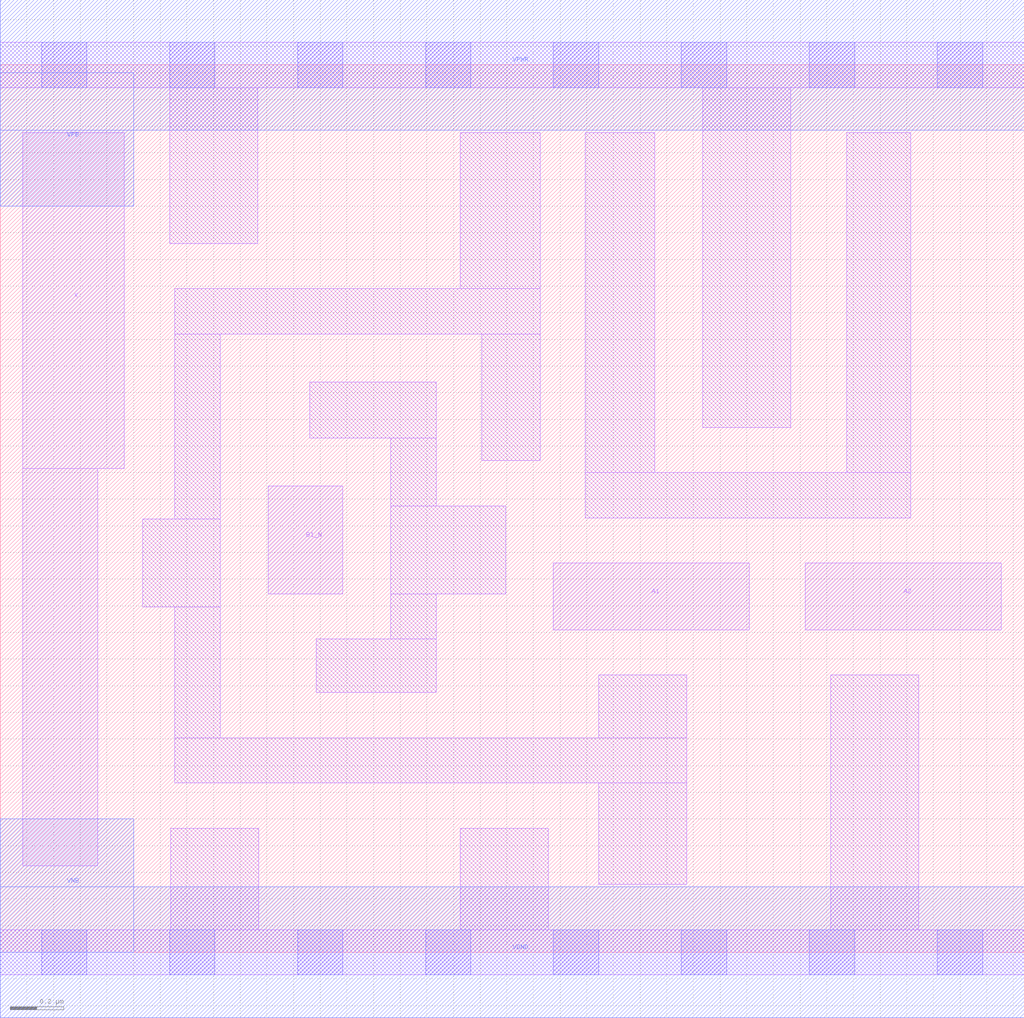
<source format=lef>
# Copyright 2020 The SkyWater PDK Authors
#
# Licensed under the Apache License, Version 2.0 (the "License");
# you may not use this file except in compliance with the License.
# You may obtain a copy of the License at
#
#     https://www.apache.org/licenses/LICENSE-2.0
#
# Unless required by applicable law or agreed to in writing, software
# distributed under the License is distributed on an "AS IS" BASIS,
# WITHOUT WARRANTIES OR CONDITIONS OF ANY KIND, either express or implied.
# See the License for the specific language governing permissions and
# limitations under the License.
#
# SPDX-License-Identifier: Apache-2.0

VERSION 5.5 ;
NAMESCASESENSITIVE ON ;
BUSBITCHARS "[]" ;
DIVIDERCHAR "/" ;
MACRO sky130_fd_sc_lp__a21bo_1
  CLASS CORE ;
  SOURCE USER ;
  ORIGIN  0.000000  0.000000 ;
  SIZE  3.840000 BY  3.330000 ;
  SYMMETRY X Y R90 ;
  SITE unit ;
  PIN A1
    ANTENNAGATEAREA  0.315000 ;
    DIRECTION INPUT ;
    USE SIGNAL ;
    PORT
      LAYER li1 ;
        RECT 2.075000 1.210000 2.810000 1.460000 ;
    END
  END A1
  PIN A2
    ANTENNAGATEAREA  0.315000 ;
    DIRECTION INPUT ;
    USE SIGNAL ;
    PORT
      LAYER li1 ;
        RECT 3.020000 1.210000 3.755000 1.460000 ;
    END
  END A2
  PIN B1_N
    ANTENNAGATEAREA  0.126000 ;
    DIRECTION INPUT ;
    USE SIGNAL ;
    PORT
      LAYER li1 ;
        RECT 1.005000 1.345000 1.285000 1.750000 ;
    END
  END B1_N
  PIN X
    ANTENNADIFFAREA  0.556500 ;
    DIRECTION OUTPUT ;
    USE SIGNAL ;
    PORT
      LAYER li1 ;
        RECT 0.085000 0.325000 0.365000 1.815000 ;
        RECT 0.085000 1.815000 0.465000 3.075000 ;
    END
  END X
  PIN VGND
    DIRECTION INOUT ;
    USE GROUND ;
    PORT
      LAYER met1 ;
        RECT 0.000000 -0.245000 3.840000 0.245000 ;
    END
  END VGND
  PIN VNB
    DIRECTION INOUT ;
    USE GROUND ;
    PORT
      LAYER met1 ;
        RECT 0.000000 0.000000 0.500000 0.500000 ;
    END
  END VNB
  PIN VPB
    DIRECTION INOUT ;
    USE POWER ;
    PORT
      LAYER met1 ;
        RECT 0.000000 2.800000 0.500000 3.300000 ;
    END
  END VPB
  PIN VPWR
    DIRECTION INOUT ;
    USE POWER ;
    PORT
      LAYER met1 ;
        RECT 0.000000 3.085000 3.840000 3.575000 ;
    END
  END VPWR
  OBS
    LAYER li1 ;
      RECT 0.000000 -0.085000 3.840000 0.085000 ;
      RECT 0.000000  3.245000 3.840000 3.415000 ;
      RECT 0.535000  1.295000 0.825000 1.625000 ;
      RECT 0.635000  2.660000 0.965000 3.245000 ;
      RECT 0.640000  0.085000 0.970000 0.465000 ;
      RECT 0.655000  0.635000 2.575000 0.805000 ;
      RECT 0.655000  0.805000 0.825000 1.295000 ;
      RECT 0.655000  1.625000 0.825000 2.320000 ;
      RECT 0.655000  2.320000 2.025000 2.490000 ;
      RECT 1.160000  1.930000 1.635000 2.140000 ;
      RECT 1.185000  0.975000 1.635000 1.175000 ;
      RECT 1.465000  1.175000 1.635000 1.345000 ;
      RECT 1.465000  1.345000 1.895000 1.675000 ;
      RECT 1.465000  1.675000 1.635000 1.930000 ;
      RECT 1.725000  0.085000 2.055000 0.465000 ;
      RECT 1.725000  2.490000 2.025000 3.075000 ;
      RECT 1.805000  1.845000 2.025000 2.320000 ;
      RECT 2.195000  1.630000 3.415000 1.800000 ;
      RECT 2.195000  1.800000 2.455000 3.075000 ;
      RECT 2.245000  0.255000 2.575000 0.635000 ;
      RECT 2.245000  0.805000 2.575000 1.040000 ;
      RECT 2.635000  1.970000 2.965000 3.245000 ;
      RECT 3.115000  0.085000 3.445000 1.040000 ;
      RECT 3.175000  1.800000 3.415000 3.075000 ;
    LAYER mcon ;
      RECT 0.155000 -0.085000 0.325000 0.085000 ;
      RECT 0.155000  3.245000 0.325000 3.415000 ;
      RECT 0.635000 -0.085000 0.805000 0.085000 ;
      RECT 0.635000  3.245000 0.805000 3.415000 ;
      RECT 1.115000 -0.085000 1.285000 0.085000 ;
      RECT 1.115000  3.245000 1.285000 3.415000 ;
      RECT 1.595000 -0.085000 1.765000 0.085000 ;
      RECT 1.595000  3.245000 1.765000 3.415000 ;
      RECT 2.075000 -0.085000 2.245000 0.085000 ;
      RECT 2.075000  3.245000 2.245000 3.415000 ;
      RECT 2.555000 -0.085000 2.725000 0.085000 ;
      RECT 2.555000  3.245000 2.725000 3.415000 ;
      RECT 3.035000 -0.085000 3.205000 0.085000 ;
      RECT 3.035000  3.245000 3.205000 3.415000 ;
      RECT 3.515000 -0.085000 3.685000 0.085000 ;
      RECT 3.515000  3.245000 3.685000 3.415000 ;
  END
END sky130_fd_sc_lp__a21bo_1

</source>
